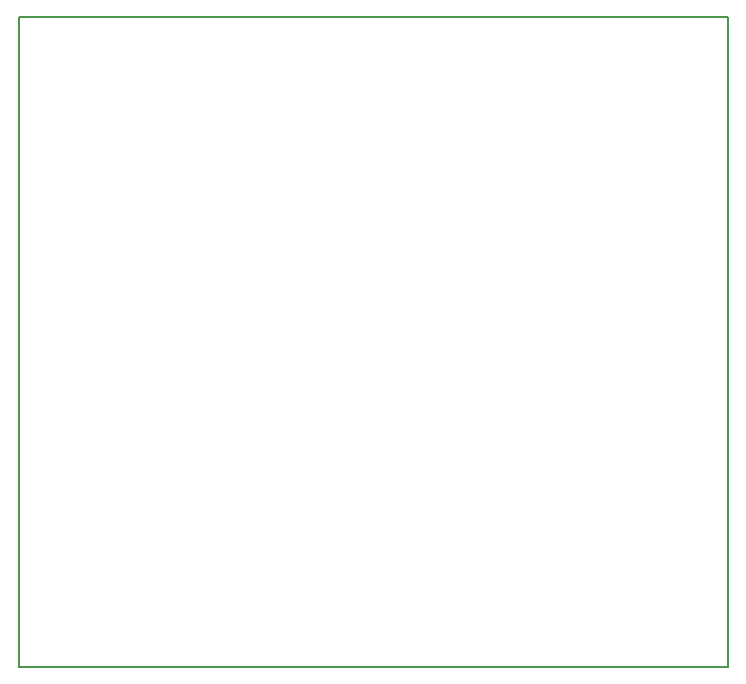
<source format=gbr>
%TF.GenerationSoftware,KiCad,Pcbnew,7.0.2*%
%TF.CreationDate,2023-06-27T07:08:14-04:00*%
%TF.ProjectId,RGB LED Controller,52474220-4c45-4442-9043-6f6e74726f6c,A*%
%TF.SameCoordinates,Original*%
%TF.FileFunction,Profile,NP*%
%FSLAX46Y46*%
G04 Gerber Fmt 4.6, Leading zero omitted, Abs format (unit mm)*
G04 Created by KiCad (PCBNEW 7.0.2) date 2023-06-27 07:08:14*
%MOMM*%
%LPD*%
G01*
G04 APERTURE LIST*
%TA.AperFunction,Profile*%
%ADD10C,0.200000*%
%TD*%
G04 APERTURE END LIST*
D10*
X115120000Y-74160000D02*
X175120000Y-74160000D01*
X175120000Y-129160000D01*
X115120000Y-129160000D01*
X115120000Y-74160000D01*
M02*

</source>
